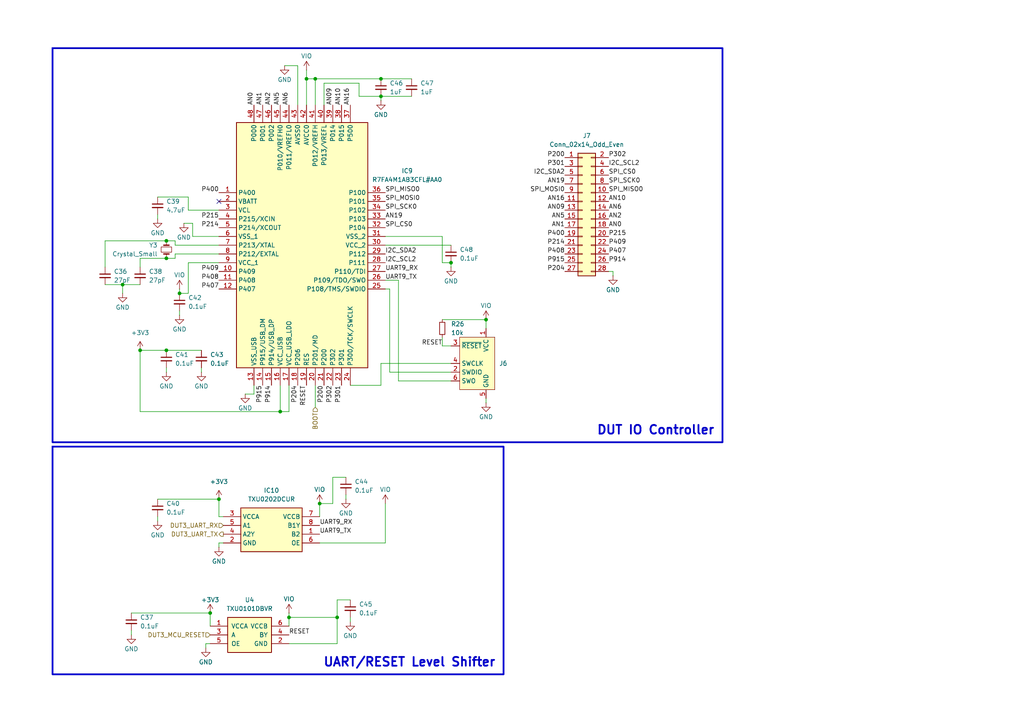
<source format=kicad_sch>
(kicad_sch (version 20250114) (generator "eeschema") (generator_version "9.0")
  (paper "A4")
  (lib_symbols
    (symbol "Connector:Conn_ARM_SWD_TagConnect_TC2030-NL" (in_bom no)
      (property "Reference" "J" (at 2.54 11.43 0))
      (property "Value" "Conn_ARM_SWD_TagConnect_TC2030-NL" (at 2.54 8.89 0))
      (symbol "Conn_ARM_SWD_TagConnect_TC2030-NL_0_0"
        (pin power_in line (at -2.54 10.16 270) (length 2.54) (name "VCC") (number "1"))
        (pin power_in line (at -2.54 -10.16 90) (length 2.54) (name "GND") (number "5"))
        (pin open_collector line (at 7.62 5.08 180) (length 2.54) (name "~{RESET}") (number "3"))
        (pin output line (at 7.62 0 180) (length 2.54) (name "SWCLK") (number "4"))
        (pin bidirectional line (at 7.62 -2.54 180) (length 2.54) (name "SWDIO") (number "2"))
        (pin input line (at 7.62 -5.08 180) (length 2.54) (name "SWO") (number "6"))
      )
      (symbol "Conn_ARM_SWD_TagConnect_TC2030-NL_0_1"
        (rectangle (start -5.08 7.62) (end 5.08 -7.62) (fill (type background)))
      )
    )
    (symbol "Connector_Generic:Conn_02x14_Odd_Even" (pin_names (offset 1.016) (hide yes))
      (property "Reference" "J" (at 1.27 17.78 0))
      (property "Value" "Conn_02x14_Odd_Even" (at 1.27 -20.32 0))
      (symbol "Conn_02x14_Odd_Even_1_1"
        (rectangle (start -1.27 16.51) (end 3.81 -19.05) (stroke (width 0.254)) (fill (type background)))
        (rectangle (start -1.27 15.367) (end 0 15.113) (stroke (width 0.1524)))
        (rectangle (start -1.27 12.827) (end 0 12.573) (stroke (width 0.1524)))
        (rectangle (start -1.27 10.287) (end 0 10.033) (stroke (width 0.1524)))
        (rectangle (start -1.27 7.747) (end 0 7.493) (stroke (width 0.1524)))
        (rectangle (start -1.27 5.207) (end 0 4.953) (stroke (width 0.1524)))
        (rectangle (start -1.27 2.667) (end 0 2.413) (stroke (width 0.1524)))
        (rectangle (start -1.27 0.127) (end 0 -0.127) (stroke (width 0.1524)))
        (rectangle (start -1.27 -2.413) (end 0 -2.667) (stroke (width 0.1524)))
        (rectangle (start -1.27 -4.953) (end 0 -5.207) (stroke (width 0.1524)))
        (rectangle (start -1.27 -7.493) (end 0 -7.747) (stroke (width 0.1524)))
        (rectangle (start -1.27 -10.033) (end 0 -10.287) (stroke (width 0.1524)))
        (rectangle (start -1.27 -12.573) (end 0 -12.827) (stroke (width 0.1524)))
        (rectangle (start -1.27 -15.113) (end 0 -15.367) (stroke (width 0.1524)))
        (rectangle (start -1.27 -17.653) (end 0 -17.907) (stroke (width 0.1524)))
        (rectangle (start 3.81 15.367) (end 2.54 15.113) (stroke (width 0.1524)))
        (rectangle (start 3.81 12.827) (end 2.54 12.573) (stroke (width 0.1524)))
        (rectangle (start 3.81 10.287) (end 2.54 10.033) (stroke (width 0.1524)))
        (rectangle (start 3.81 7.747) (end 2.54 7.493) (stroke (width 0.1524)))
        (rectangle (start 3.81 5.207) (end 2.54 4.953) (stroke (width 0.1524)))
        (rectangle (start 3.81 2.667) (end 2.54 2.413) (stroke (width 0.1524)))
        (rectangle (start 3.81 0.127) (end 2.54 -0.127) (stroke (width 0.1524)))
        (rectangle (start 3.81 -2.413) (end 2.54 -2.667) (stroke (width 0.1524)))
        (rectangle (start 3.81 -4.953) (end 2.54 -5.207) (stroke (width 0.1524)))
        (rectangle (start 3.81 -7.493) (end 2.54 -7.747) (stroke (width 0.1524)))
        (rectangle (start 3.81 -10.033) (end 2.54 -10.287) (stroke (width 0.1524)))
        (rectangle (start 3.81 -12.573) (end 2.54 -12.827) (stroke (width 0.1524)))
        (rectangle (start 3.81 -15.113) (end 2.54 -15.367) (stroke (width 0.1524)))
        (rectangle (start 3.81 -17.653) (end 2.54 -17.907) (stroke (width 0.1524)))
        (pin passive line (at -5.08 15.24 0) (length 3.81) (name "Pin_1") (number "1"))
        (pin passive line (at -5.08 12.7 0) (length 3.81) (name "Pin_3") (number "3"))
        (pin passive line (at -5.08 10.16 0) (length 3.81) (name "Pin_5") (number "5"))
        (pin passive line (at -5.08 7.62 0) (length 3.81) (name "Pin_7") (number "7"))
        (pin passive line (at -5.08 5.08 0) (length 3.81) (name "Pin_9") (number "9"))
        (pin passive line (at -5.08 2.54 0) (length 3.81) (name "Pin_11") (number "11"))
        (pin passive line (at -5.08 0 0) (length 3.81) (name "Pin_13") (number "13"))
        (pin passive line (at -5.08 -2.54 0) (length 3.81) (name "Pin_15") (number "15"))
        (pin passive line (at -5.08 -5.08 0) (length 3.81) (name "Pin_17") (number "17"))
        (pin passive line (at -5.08 -7.62 0) (length 3.81) (name "Pin_19") (number "19"))
        (pin passive line (at -5.08 -10.16 0) (length 3.81) (name "Pin_21") (number "21"))
        (pin passive line (at -5.08 -12.7 0) (length 3.81) (name "Pin_23") (number "23"))
        (pin passive line (at -5.08 -15.24 0) (length 3.81) (name "Pin_25") (number "25"))
        (pin passive line (at -5.08 -17.78 0) (length 3.81) (name "Pin_27") (number "27"))
        (pin passive line (at 7.62 15.24 180) (length 3.81) (name "Pin_2") (number "2"))
        (pin passive line (at 7.62 12.7 180) (length 3.81) (name "Pin_4") (number "4"))
        (pin passive line (at 7.62 10.16 180) (length 3.81) (name "Pin_6") (number "6"))
        (pin passive line (at 7.62 7.62 180) (length 3.81) (name "Pin_8") (number "8"))
        (pin passive line (at 7.62 5.08 180) (length 3.81) (name "Pin_10") (number "10"))
        (pin passive line (at 7.62 2.54 180) (length 3.81) (name "Pin_12") (number "12"))
        (pin passive line (at 7.62 0 180) (length 3.81) (name "Pin_14") (number "14"))
        (pin passive line (at 7.62 -2.54 180) (length 3.81) (name "Pin_16") (number "16"))
        (pin passive line (at 7.62 -5.08 180) (length 3.81) (name "Pin_18") (number "18"))
        (pin passive line (at 7.62 -7.62 180) (length 3.81) (name "Pin_20") (number "20"))
        (pin passive line (at 7.62 -10.16 180) (length 3.81) (name "Pin_22") (number "22"))
        (pin passive line (at 7.62 -12.7 180) (length 3.81) (name "Pin_24") (number "24"))
        (pin passive line (at 7.62 -15.24 180) (length 3.81) (name "Pin_26") (number "26"))
        (pin passive line (at 7.62 -17.78 180) (length 3.81) (name "Pin_28") (number "28"))
      )
    )
    (symbol "Device:C_Small" (pin_numbers (hide yes)) (pin_names (offset 0.254) (hide yes))
      (property "Reference" "C" (at 0.254 1.778 0))
      (property "Value" "C_Small" (at 0.254 -2.032 0))
      (symbol "C_Small_0_1"
        (polyline (pts (xy -1.524 0.508) (xy 1.524 0.508)) (stroke (width 0.3048)))
        (polyline (pts (xy -1.524 -0.508) (xy 1.524 -0.508)) (stroke (width 0.3302)))
      )
      (symbol "C_Small_1_1"
        (pin passive line (at 0 2.54 270) (length 2.032) (name "~") (number "1"))
        (pin passive line (at 0 -2.54 90) (length 2.032) (name "~") (number "2"))
      )
    )
    (symbol "Device:Crystal_Small" (pin_numbers (hide yes)) (pin_names (offset 1.016) (hide yes))
      (property "Reference" "Y" (at 0 2.54 0))
      (property "Value" "Crystal_Small" (at 0 -2.54 0))
      (symbol "Crystal_Small_0_1"
        (polyline (pts (xy -1.27 -0.762) (xy -1.27 0.762)) (stroke (width 0.381)))
        (rectangle (start -0.762 -1.524) (end 0.762 1.524))
        (polyline (pts (xy 1.27 -0.762) (xy 1.27 0.762)) (stroke (width 0.381)))
      )
      (symbol "Crystal_Small_1_1"
        (pin passive line (at -2.54 0 0) (length 1.27) (name "1") (number "1"))
        (pin passive line (at 2.54 0 180) (length 1.27) (name "2") (number "2"))
      )
    )
    (symbol "Device:R_Small" (pin_numbers (hide yes)) (pin_names (offset 0.254) (hide yes))
      (property "Reference" "R" (at 0.762 0.508 0))
      (property "Value" "R_Small" (at 0.762 -1.016 0))
      (symbol "R_Small_0_1"
        (rectangle (start -0.762 1.778) (end 0.762 -1.778) (stroke (width 0.2032)))
      )
      (symbol "R_Small_1_1"
        (pin passive line (at 0 2.54 270) (length 0.762) (name "~") (number "1"))
        (pin passive line (at 0 -2.54 90) (length 0.762) (name "~") (number "2"))
      )
    )
    (symbol "dut_hub:R7FA4M1AB3CFL#AA0"
      (property "Reference" "IC" (at 44.45 25.4 0))
      (property "Value" "R7FA4M1AB3CFL#AA0" (at 44.45 22.86 0))
      (symbol "R7FA4M1AB3CFL#AA0_1_1"
        (rectangle (start 5.08 20.32) (end 43.18 -50.8) (stroke (width 0.254)) (fill (type background)))
        (pin passive line (at 0 0 0) (length 5.08) (name "P400") (number "1"))
        (pin passive line (at 0 -2.54 0) (length 5.08) (name "VBATT") (number "2"))
        (pin passive line (at 0 -5.08 0) (length 5.08) (name "VCL") (number "3"))
        (pin passive line (at 0 -7.62 0) (length 5.08) (name "P215/XCIN") (number "4"))
        (pin passive line (at 0 -10.16 0) (length 5.08) (name "P214/XCOUT") (number "5"))
        (pin passive line (at 0 -12.7 0) (length 5.08) (name "VSS_1") (number "6"))
        (pin passive line (at 0 -15.24 0) (length 5.08) (name "P213/XTAL") (number "7"))
        (pin passive line (at 0 -17.78 0) (length 5.08) (name "P212/EXTAL") (number "8"))
        (pin passive line (at 0 -20.32 0) (length 5.08) (name "VCC_1") (number "9"))
        (pin passive line (at 0 -22.86 0) (length 5.08) (name "P409") (number "10"))
        (pin passive line (at 0 -25.4 0) (length 5.08) (name "P408") (number "11"))
        (pin passive line (at 0 -27.94 0) (length 5.08) (name "P407") (number "12"))
        (pin passive line (at 10.16 25.4 270) (length 5.08) (name "P000") (number "48"))
        (pin passive line (at 10.16 -55.88 90) (length 5.08) (name "VSS_USB") (number "13"))
        (pin passive line (at 12.7 25.4 270) (length 5.08) (name "P001") (number "47"))
        (pin passive line (at 12.7 -55.88 90) (length 5.08) (name "P915/USB_DM") (number "14"))
        (pin passive line (at 15.24 25.4 270) (length 5.08) (name "P002") (number "46"))
        (pin passive line (at 15.24 -55.88 90) (length 5.08) (name "P914/USB_DP") (number "15"))
        (pin passive line (at 17.78 25.4 270) (length 5.08) (name "P010/VREFH0") (number "45"))
        (pin passive line (at 17.78 -55.88 90) (length 5.08) (name "VCC_USB") (number "16"))
        (pin passive line (at 20.32 25.4 270) (length 5.08) (name "P011/VREFL0") (number "44"))
        (pin passive line (at 20.32 -55.88 90) (length 5.08) (name "VCC_USB_LDO") (number "17"))
        (pin passive line (at 22.86 25.4 270) (length 5.08) (name "AVSS0") (number "43"))
        (pin passive line (at 22.86 -55.88 90) (length 5.08) (name "P206") (number "18"))
        (pin passive line (at 25.4 25.4 270) (length 5.08) (name "AVCC0") (number "42"))
        (pin passive line (at 25.4 -55.88 90) (length 5.08) (name "RES") (number "19"))
        (pin passive line (at 27.94 25.4 270) (length 5.08) (name "P012/VREFH") (number "41"))
        (pin passive line (at 27.94 -55.88 90) (length 5.08) (name "P201/MD") (number "20"))
        (pin passive line (at 30.48 25.4 270) (length 5.08) (name "P013/VREFL") (number "40"))
        (pin passive line (at 30.48 -55.88 90) (length 5.08) (name "P200") (number "21"))
        (pin passive line (at 33.02 25.4 270) (length 5.08) (name "P014") (number "39"))
        (pin passive line (at 33.02 -55.88 90) (length 5.08) (name "P302") (number "22"))
        (pin passive line (at 35.56 25.4 270) (length 5.08) (name "P015") (number "38"))
        (pin passive line (at 35.56 -55.88 90) (length 5.08) (name "P301") (number "23"))
        (pin passive line (at 38.1 25.4 270) (length 5.08) (name "P500") (number "37"))
        (pin passive line (at 38.1 -55.88 90) (length 5.08) (name "P300/TCK/SWCLK") (number "24"))
        (pin passive line (at 48.26 0 180) (length 5.08) (name "P100") (number "36"))
        (pin passive line (at 48.26 -2.54 180) (length 5.08) (name "P101") (number "35"))
        (pin passive line (at 48.26 -5.08 180) (length 5.08) (name "P102") (number "34"))
        (pin passive line (at 48.26 -7.62 180) (length 5.08) (name "P103") (number "33"))
        (pin passive line (at 48.26 -10.16 180) (length 5.08) (name "P104") (number "32"))
        (pin passive line (at 48.26 -12.7 180) (length 5.08) (name "VSS_2") (number "31"))
        (pin passive line (at 48.26 -15.24 180) (length 5.08) (name "VCC_2") (number "30"))
        (pin passive line (at 48.26 -17.78 180) (length 5.08) (name "P112") (number "29"))
        (pin passive line (at 48.26 -20.32 180) (length 5.08) (name "P111") (number "28"))
        (pin passive line (at 48.26 -22.86 180) (length 5.08) (name "P110/TDI") (number "27"))
        (pin passive line (at 48.26 -25.4 180) (length 5.08) (name "P109/TDO/SWO") (number "26"))
        (pin passive line (at 48.26 -27.94 180) (length 5.08) (name "P108/TMS/SWDIO") (number "25"))
      )
    )
    (symbol "dut_hub:TXU0101DBVR" (pin_names (offset 1.016))
      (property "Reference" "U" (at -10.16 8.255 0))
      (property "Value" "TXU0101DBVR" (at -9.906 -5.334 0))
      (symbol "TXU0101DBVR_0_0"
        (rectangle (start -10.16 7.62) (end 2.54 -2.54) (stroke (width 0.254)) (fill (type background)))
      )
      (symbol "TXU0101DBVR_1_0"
        (pin power_in line (at -15.24 5.08 0) (length 5.08) (name "VCCA") (number "1"))
        (pin input line (at -15.24 2.54 0) (length 5.08) (name "A") (number "3"))
        (pin input line (at -15.24 0 0) (length 5.08) (name "OE") (number "5"))
        (pin power_in line (at 7.62 5.08 180) (length 5.08) (name "VCCB") (number "6"))
        (pin output line (at 7.62 2.54 180) (length 5.08) (name "BY") (number "4"))
        (pin power_in line (at 7.62 0 180) (length 5.08) (name "GND") (number "2"))
      )
    )
    (symbol "dut_hub:TXU0202DCUR"
      (property "Reference" "IC" (at 6.858 8.128 0))
      (property "Value" "TXU0202DCUR" (at 6.858 5.588 0))
      (symbol "TXU0202DCUR_1_1"
        (rectangle (start 5.08 2.54) (end 22.86 -10.16) (stroke (width 0.254)) (fill (type background)))
        (pin power_in line (at 0 0 0) (length 5.08) (name "VCCA") (number "3"))
        (pin input line (at 0 -2.54 0) (length 5.08) (name "A1") (number "5"))
        (pin output line (at 0 -5.08 0) (length 5.08) (name "A2Y") (number "4"))
        (pin power_in line (at 0 -7.62 0) (length 5.08) (name "GND") (number "2"))
        (pin power_in line (at 27.94 0 180) (length 5.08) (name "VCCB") (number "7"))
        (pin output line (at 27.94 -2.54 180) (length 5.08) (name "B1Y") (number "8"))
        (pin input line (at 27.94 -5.08 180) (length 5.08) (name "B2") (number "1"))
        (pin input line (at 27.94 -7.62 180) (length 5.08) (name "OE") (number "6"))
      )
    )
    (symbol "power:+3V3" (power) (pin_numbers (hide yes)) (pin_names (offset 0) (hide yes))
      (property "Value" "+3V3" (at 0 3.556 0))
      (symbol "+3V3_0_1"
        (polyline (pts (xy -0.762 1.27) (xy 0 2.54)))
        (polyline (pts (xy 0 2.54) (xy 0.762 1.27)))
        (polyline (pts (xy 0 0) (xy 0 2.54)))
      )
      (symbol "+3V3_1_1"
        (pin power_in line (at 0 0 90) (length 0) (name "~") (number "1"))
      )
    )
    (symbol "power:GND" (power) (pin_numbers (hide yes)) (pin_names (offset 0) (hide yes))
      (property "Value" "GND" (at 0 -3.81 0))
      (symbol "GND_0_1"
        (polyline (pts (xy 0 0) (xy 0 -1.27) (xy 1.27 -1.27) (xy 0 -2.54) (xy -1.27 -1.27) (xy 0 -1.27)))
      )
      (symbol "GND_1_1"
        (pin power_in line (at 0 0 270) (length 0) (name "~") (number "1"))
      )
    )
    (symbol "power:VDC" (power) (pin_numbers (hide yes)) (pin_names (offset 0) (hide yes))
      (property "Value" "VDC" (at 0 3.556 0))
      (symbol "VDC_0_1"
        (polyline (pts (xy -0.762 1.27) (xy 0 2.54)))
        (polyline (pts (xy 0 2.54) (xy 0.762 1.27)))
        (polyline (pts (xy 0 0) (xy 0 2.54)))
      )
      (symbol "VDC_1_1"
        (pin power_in line (at 0 0 90) (length 0) (name "~") (number "1"))
      )
    )
  )
  (text_box "UART/RESET Level Shifter" (at 15.24 129.54 0) (size 130.81 66.04) (margins 2.159 2.159 2.159 2.159) (stroke (width 0.508)) (effects (font (size 2.54 2.54) (thickness 0.508) (bold yes)) (justify right bottom)))
  (text_box "DUT IO Controller" (at 15.24 13.97 0) (size 194.31 114.3) (margins 2.159 2.159 2.159 2.159) (stroke (width 0.508)) (effects (font (size 2.54 2.54) (thickness 0.508) (bold yes)) (justify right bottom)))
  (junction (at 92.71 146.05))
  (junction (at 140.97 92.71))
  (junction (at 97.79 179.07))
  (junction (at 88.9 22.86))
  (junction (at 40.64 101.6))
  (junction (at 110.49 27.94))
  (junction (at 110.49 22.86))
  (junction (at 48.26 69.85))
  (junction (at 91.44 22.86))
  (junction (at 52.07 85.09))
  (junction (at 81.28 119.38))
  (junction (at 60.96 177.8))
  (junction (at 48.26 101.6))
  (junction (at 130.81 76.2))
  (junction (at 83.82 179.07))
  (junction (at 48.26 74.93))
  (junction (at 35.56 82.55))
  (junction (at 63.5 144.78))
  (no_connect (at 63.5 58.42))
  (wire (pts (xy 111.76 146.05) (xy 111.76 157.48)))
  (wire (pts (xy 83.82 111.76) (xy 83.82 119.38)))
  (wire (pts (xy 93.98 24.13) (xy 104.14 24.13)))
  (wire (pts (xy 110.49 27.94) (xy 119.38 27.94)))
  (wire (pts (xy 91.44 22.86) (xy 91.44 30.48)))
  (wire (pts (xy 50.8 74.93) (xy 48.26 74.93)))
  (wire (pts (xy 40.64 101.6) (xy 48.26 101.6)))
  (wire (pts (xy 82.55 19.05) (xy 86.36 19.05)))
  (wire (pts (xy 81.28 119.38) (xy 81.28 111.76)))
  (wire (pts (xy 59.69 186.69) (xy 60.96 186.69)))
  (wire (pts (xy 111.76 71.12) (xy 130.81 71.12)))
  (wire (pts (xy 48.26 74.93) (xy 40.64 74.93)))
  (wire (pts (xy 63.5 68.58) (xy 55.88 68.58)))
  (wire (pts (xy 38.1 182.88) (xy 38.1 184.15)))
  (wire (pts (xy 40.64 101.6) (xy 40.64 119.38)))
  (wire (pts (xy 140.97 92.71) (xy 140.97 95.25)))
  (wire (pts (xy 130.81 107.95) (xy 113.03 107.95)))
  (wire (pts (xy 48.26 69.85) (xy 50.8 69.85)))
  (wire (pts (xy 101.6 173.99) (xy 97.79 173.99)))
  (wire (pts (xy 54.61 57.15) (xy 45.72 57.15)))
  (wire (pts (xy 110.49 22.86) (xy 119.38 22.86)))
  (wire (pts (xy 64.77 149.86) (xy 63.5 149.86)))
  (wire (pts (xy 73.66 111.76) (xy 73.66 114.3)))
  (wire (pts (xy 50.8 71.12) (xy 63.5 71.12)))
  (wire (pts (xy 130.81 100.33) (xy 128.27 100.33)))
  (wire (pts (xy 60.96 177.8) (xy 60.96 181.61)))
  (wire (pts (xy 83.82 186.69) (xy 97.79 186.69)))
  (wire (pts (xy 38.1 177.8) (xy 60.96 177.8)))
  (wire (pts (xy 54.61 85.09) (xy 52.07 85.09)))
  (wire (pts (xy 110.49 27.94) (xy 110.49 29.21)))
  (wire (pts (xy 63.5 144.78) (xy 63.5 149.86)))
  (wire (pts (xy 110.49 105.41) (xy 110.49 111.76)))
  (wire (pts (xy 81.28 119.38) (xy 83.82 119.38)))
  (wire (pts (xy 101.6 179.07) (xy 101.6 180.34)))
  (wire (pts (xy 52.07 90.17) (xy 52.07 91.44)))
  (wire (pts (xy 83.82 179.07) (xy 83.82 177.8)))
  (wire (pts (xy 63.5 76.2) (xy 54.61 76.2)))
  (wire (pts (xy 115.57 110.49) (xy 130.81 110.49)))
  (wire (pts (xy 50.8 73.66) (xy 50.8 74.93)))
  (wire (pts (xy 177.8 78.74) (xy 177.8 80.01)))
  (wire (pts (xy 115.57 81.28) (xy 115.57 110.49)))
  (wire (pts (xy 111.76 81.28) (xy 115.57 81.28)))
  (wire (pts (xy 48.26 69.85) (xy 30.48 69.85)))
  (wire (pts (xy 88.9 22.86) (xy 88.9 30.48)))
  (wire (pts (xy 96.52 138.43) (xy 96.52 146.05)))
  (wire (pts (xy 128.27 92.71) (xy 140.97 92.71)))
  (wire (pts (xy 92.71 157.48) (xy 111.76 157.48)))
  (wire (pts (xy 128.27 68.58) (xy 128.27 76.2)))
  (wire (pts (xy 59.69 187.96) (xy 59.69 186.69)))
  (wire (pts (xy 52.07 83.82) (xy 52.07 85.09)))
  (wire (pts (xy 113.03 83.82) (xy 113.03 107.95)))
  (wire (pts (xy 40.64 119.38) (xy 81.28 119.38)))
  (wire (pts (xy 30.48 69.85) (xy 30.48 77.47)))
  (wire (pts (xy 48.26 106.68) (xy 48.26 107.95)))
  (wire (pts (xy 48.26 101.6) (xy 58.42 101.6)))
  (wire (pts (xy 54.61 60.96) (xy 54.61 57.15)))
  (wire (pts (xy 97.79 179.07) (xy 97.79 173.99)))
  (wire (pts (xy 91.44 111.76) (xy 91.44 118.11)))
  (wire (pts (xy 50.8 69.85) (xy 50.8 71.12)))
  (wire (pts (xy 63.5 73.66) (xy 50.8 73.66)))
  (wire (pts (xy 96.52 146.05) (xy 92.71 146.05)))
  (wire (pts (xy 45.72 149.86) (xy 45.72 151.13)))
  (wire (pts (xy 83.82 179.07) (xy 97.79 179.07)))
  (wire (pts (xy 83.82 181.61) (xy 83.82 179.07)))
  (wire (pts (xy 45.72 144.78) (xy 63.5 144.78)))
  (wire (pts (xy 92.71 149.86) (xy 92.71 146.05)))
  (wire (pts (xy 40.64 74.93) (xy 40.64 77.47)))
  (wire (pts (xy 86.36 19.05) (xy 86.36 30.48)))
  (wire (pts (xy 128.27 100.33) (xy 128.27 97.79)))
  (wire (pts (xy 63.5 157.48) (xy 63.5 158.75)))
  (wire (pts (xy 97.79 186.69) (xy 97.79 179.07)))
  (wire (pts (xy 130.81 105.41) (xy 110.49 105.41)))
  (wire (pts (xy 113.03 83.82) (xy 111.76 83.82)))
  (wire (pts (xy 130.81 76.2) (xy 130.81 77.47)))
  (wire (pts (xy 140.97 115.57) (xy 140.97 116.84)))
  (wire (pts (xy 64.77 157.48) (xy 63.5 157.48)))
  (wire (pts (xy 176.53 78.74) (xy 177.8 78.74)))
  (wire (pts (xy 55.88 68.58) (xy 55.88 64.77)))
  (wire (pts (xy 73.66 114.3) (xy 71.12 114.3)))
  (wire (pts (xy 58.42 106.68) (xy 58.42 107.95)))
  (wire (pts (xy 35.56 82.55) (xy 35.56 85.09)))
  (wire (pts (xy 88.9 22.86) (xy 91.44 22.86)))
  (wire (pts (xy 128.27 76.2) (xy 130.81 76.2)))
  (wire (pts (xy 110.49 111.76) (xy 101.6 111.76)))
  (wire (pts (xy 104.14 24.13) (xy 104.14 27.94)))
  (wire (pts (xy 100.33 143.51) (xy 100.33 144.78)))
  (wire (pts (xy 55.88 64.77) (xy 53.34 64.77)))
  (wire (pts (xy 104.14 27.94) (xy 110.49 27.94)))
  (wire (pts (xy 35.56 82.55) (xy 40.64 82.55)))
  (wire (pts (xy 100.33 138.43) (xy 96.52 138.43)))
  (wire (pts (xy 45.72 62.23) (xy 45.72 63.5)))
  (wire (pts (xy 93.98 30.48) (xy 93.98 24.13)))
  (wire (pts (xy 30.48 82.55) (xy 35.56 82.55)))
  (wire (pts (xy 54.61 76.2) (xy 54.61 85.09)))
  (wire (pts (xy 88.9 20.32) (xy 88.9 22.86)))
  (wire (pts (xy 91.44 22.86) (xy 110.49 22.86)))
  (wire (pts (xy 111.76 68.58) (xy 128.27 68.58)))
  (wire (pts (xy 63.5 60.96) (xy 54.61 60.96)))
  (label "P408" (at 63.5 81.28 180))
  (label "SPI_MOSI0" (at 111.76 58.42 0))
  (label "P200" (at 93.98 111.76 270))
  (label "AN5" (at 163.83 63.5 180))
  (label "UART9_TX" (at 111.76 81.28 0))
  (label "SPI_SCK0" (at 176.53 53.34 0))
  (label "P914" (at 78.74 111.76 270))
  (label "I2C_SCL2" (at 176.53 48.26 0))
  (label "P407" (at 63.5 83.82 180))
  (label "RESET" (at 128.27 100.33 180))
  (label "P214" (at 163.83 71.12 180))
  (label "P215" (at 63.5 63.5 180))
  (label "SPI_MOSI0" (at 163.83 55.88 180))
  (label "P301" (at 99.06 111.76 270))
  (label "AN10" (at 99.06 30.48 90))
  (label "P200" (at 163.83 45.72 180))
  (label "AN16" (at 101.6 30.48 90))
  (label "AN5" (at 81.28 30.48 90))
  (label "SPI_CS0" (at 111.76 66.04 0))
  (label "AN09" (at 96.52 30.48 90))
  (label "AN2" (at 78.74 30.48 90))
  (label "P915" (at 76.2 111.76 270))
  (label "P914" (at 176.53 76.2 0))
  (label "AN16" (at 163.83 58.42 180))
  (label "RESET" (at 83.82 184.15 0))
  (label "AN2" (at 176.53 63.5 0))
  (label "P301" (at 163.83 48.26 180))
  (label "P215" (at 176.53 68.58 0))
  (label "AN0" (at 73.66 30.48 90))
  (label "AN6" (at 176.53 60.96 0))
  (label "I2C_SDA2" (at 111.76 73.66 0))
  (label "AN09" (at 163.83 60.96 180))
  (label "UART9_RX" (at 92.71 152.4 0))
  (label "P400" (at 163.83 68.58 180))
  (label "UART9_RX" (at 111.76 78.74 0))
  (label "P915" (at 163.83 76.2 180))
  (label "SPI_SCK0" (at 111.76 60.96 0))
  (label "AN0" (at 176.53 66.04 0))
  (label "P214" (at 63.5 66.04 180))
  (label "P409" (at 63.5 78.74 180))
  (label "P407" (at 176.53 73.66 0))
  (label "UART9_TX" (at 92.71 154.94 0))
  (label "P408" (at 163.83 73.66 180))
  (label "RESET" (at 88.9 111.76 270))
  (label "I2C_SDA2" (at 163.83 50.8 180))
  (label "P409" (at 176.53 71.12 0))
  (label "P302" (at 176.53 45.72 0))
  (label "I2C_SCL2" (at 111.76 76.2 0))
  (label "AN1" (at 76.2 30.48 90))
  (label "P302" (at 96.52 111.76 270))
  (label "P400" (at 63.5 55.88 180))
  (label "SPI_MISO0" (at 111.76 55.88 0))
  (label "SPI_MISO0" (at 176.53 55.88 0))
  (label "AN6" (at 83.82 30.48 90))
  (label "P204" (at 86.36 111.76 270))
  (label "AN1" (at 163.83 66.04 180))
  (label "AN10" (at 176.53 58.42 0))
  (label "SPI_CS0" (at 176.53 50.8 0))
  (label "P204" (at 163.83 78.74 180))
  (label "AN19" (at 111.76 63.5 0))
  (label "AN19" (at 163.83 53.34 180))
  (hierarchical_label "DUT3_UART_TX" (shape output) (at 64.77 154.94 180))
  (hierarchical_label "BOOT" (shape input) (at 91.44 118.11 270))
  (hierarchical_label "DUT3_UART_RX" (shape input) (at 64.77 152.4 180))
  (hierarchical_label "DUT3_MCU_RESET" (shape input) (at 60.96 184.15 180))
  (symbol (lib_id "Device:C_Small") (at 100.33 140.97 0) (unit 1)
    (property "Reference" "C44" (at 102.87 139.7062 0) (effects (justify left)))
    (property "Value" "0.1uF" (at 102.87 142.2462 0) (effects (justify left)))
    (property "Footprint" "Capacitor_SMD:C_0603_1608Metric" (effects (hide yes)))
    (property "Description" "Unpolarized capacitor, small symbol" (effects (hide yes)))
  )
  (symbol (lib_id "Device:C_Small") (at 101.6 176.53 0) (unit 1)
    (property "Reference" "C45" (at 104.14 175.2662 0) (effects (justify left)))
    (property "Value" "0.1uF" (at 104.14 177.8062 0) (effects (justify left)))
    (property "Footprint" "Capacitor_SMD:C_0603_1608Metric" (effects (hide yes)))
    (property "Description" "Unpolarized capacitor, small symbol" (effects (hide yes)))
  )
  (symbol (lib_id "power:+3V3") (at 40.64 101.6 0) (unit 1)
    (property "Reference" "#PWR92" (effects (hide yes)))
    (property "Value" "+3V3" (at 40.64 96.52 0))
    (property "Description" "Power symbol creates a global label with name \"+3V3\"" (effects (hide yes)))
  )
  (symbol (lib_id "Device:C_Small") (at 119.38 25.4 0) (unit 1)
    (property "Reference" "C47" (at 121.92 24.1362 0) (effects (justify left)))
    (property "Value" "1uF" (at 121.92 26.6762 0) (effects (justify left)))
    (property "Footprint" "Capacitor_SMD:C_0603_1608Metric" (effects (hide yes)))
    (property "Description" "Unpolarized capacitor, small symbol" (effects (hide yes)))
  )
  (symbol (lib_id "Connector:Conn_ARM_SWD_TagConnect_TC2030-NL") (at 138.43 105.41 0) (mirror y) (unit 1) (in_bom no)
    (property "Reference" "J6" (at 144.78 105.4099 0) (effects (justify right)))
    (property "Value" "Conn_ARM_SWD_TagConnect_TC2030-NL" (effects (hide yes)))
    (property "Footprint" "Connector:Tag-Connect_TC2030-IDC-NL_2x03_P1.27mm_Vertical" (effects (hide yes)))
    (property "Datasheet" "https://www.tag-connect.com/wp-content/uploads/bsk-pdf-manager/TC2030-CTX_1.pdf" (effects (hide yes)))
    (property "Description" "Tag-Connect ARM Cortex SWD JTAG connector, 6 pin, no legs" (effects (hide yes)))
  )
  (symbol (lib_id "power:GND") (at 101.6 180.34 0) (unit 1)
    (property "Reference" "#PWR110" (effects (hide yes)))
    (property "Value" "GND" (at 101.6 184.404 0))
    (property "Description" "Power symbol creates a global label with name \"GND\" , ground" (effects (hide yes)))
  )
  (symbol (lib_id "power:GND") (at 59.69 187.96 0) (unit 1)
    (property "Reference" "#PWR100" (effects (hide yes)))
    (property "Value" "GND" (at 59.69 192.024 0))
    (property "Description" "Power symbol creates a global label with name \"GND\" , ground" (effects (hide yes)))
  )
  (symbol (lib_id "power:GND") (at 71.12 114.3 0) (unit 1)
    (property "Reference" "#PWR104" (effects (hide yes)))
    (property "Value" "GND" (at 71.12 118.364 0))
    (property "Description" "Power symbol creates a global label with name \"GND\" , ground" (effects (hide yes)))
  )
  (symbol (lib_id "power:+3V3") (at 63.5 144.78 0) (unit 1)
    (property "Reference" "#PWR102" (effects (hide yes)))
    (property "Value" "+3V3" (at 63.5 139.7 0))
    (property "Description" "Power symbol creates a global label with name \"+3V3\"" (effects (hide yes)))
  )
  (symbol (lib_id "Device:C_Small") (at 58.42 104.14 0) (unit 1)
    (property "Reference" "C43" (at 60.96 102.8762 0) (effects (justify left)))
    (property "Value" "0.1uF" (at 60.96 105.4162 0) (effects (justify left)))
    (property "Footprint" "Capacitor_SMD:C_0603_1608Metric" (effects (hide yes)))
    (property "Description" "Unpolarized capacitor, small symbol" (effects (hide yes)))
  )
  (symbol (lib_id "power:GND") (at 48.26 107.95 0) (unit 1)
    (property "Reference" "#PWR95" (effects (hide yes)))
    (property "Value" "GND" (at 48.26 112.014 0))
    (property "Description" "Power symbol creates a global label with name \"GND\" , ground" (effects (hide yes)))
  )
  (symbol (lib_id "power:GND") (at 177.8 80.01 0) (mirror y) (unit 1)
    (property "Reference" "#PWR116" (effects (hide yes)))
    (property "Value" "GND" (at 177.8 84.074 0))
    (property "Description" "Power symbol creates a global label with name \"GND\" , ground" (effects (hide yes)))
  )
  (symbol (lib_id "dut_hub:TXU0101DBVR") (at 76.2 186.69 0) (unit 1)
    (property "Reference" "U4" (at 72.39 173.99 0))
    (property "Value" "TXU0101DBVR" (at 72.39 176.53 0))
    (property "Footprint" "dut_hub:IC_TXU0101DBVR" (effects (hide yes)))
    (property "MF" "Texas Instruments" (effects (hide yes)))
    (property "MAXIMUM_PACKAGE_HEIGHT" "1.45mm" (effects (hide yes)))
    (property "CREATOR" "NEZY" (effects (hide yes)))
    (property "Price" "None" (effects (hide yes)))
    (property "Package" "None" (effects (hide yes)))
    (property "Check_prices" "https://www.snapeda.com/parts/TXU0101DBVR/Texas+Instruments/view-part/?ref=eda" (effects (hide yes)))
    (property "STANDARD" "Manufacturer Recommendations" (effects (hide yes)))
    (property "PARTREV" "A" (effects (hide yes)))
    (property "SnapEDA_Link" "https://www.snapeda.com/parts/TXU0101DBVR/Texas+Instruments/view-part/?ref=snap" (effects (hide yes)))
    (property "MP" "TXU0101DBVR" (effects (hide yes)))
    (property "Description_1" "\n                        \n                            Single channel fixed-direction level shifter\n                        \n" (effects (hide yes)))
    (property "Availability" "In Stock" (effects (hide yes)))
    (property "MANUFACTURER" "Texas Instruments" (effects (hide yes)))
  )
  (symbol (lib_id "Device:C_Small") (at 52.07 87.63 0) (unit 1)
    (property "Reference" "C42" (at 54.61 86.3662 0) (effects (justify left)))
    (property "Value" "0.1uF" (at 54.61 88.9062 0) (effects (justify left)))
    (property "Footprint" "Capacitor_SMD:C_0603_1608Metric" (effects (hide yes)))
    (property "Description" "Unpolarized capacitor, small symbol" (effects (hide yes)))
  )
  (symbol (lib_id "power:GND") (at 63.5 158.75 0) (unit 1)
    (property "Reference" "#PWR103" (effects (hide yes)))
    (property "Value" "GND" (at 63.5 162.814 0))
    (property "Description" "Power symbol creates a global label with name \"GND\" , ground" (effects (hide yes)))
  )
  (symbol (lib_id "power:GND") (at 53.34 64.77 0) (unit 1)
    (property "Reference" "#PWR98" (effects (hide yes)))
    (property "Value" "GND" (at 53.34 68.834 0))
    (property "Description" "Power symbol creates a global label with name \"GND\" , ground" (effects (hide yes)))
  )
  (symbol (lib_id "power:GND") (at 45.72 151.13 0) (unit 1)
    (property "Reference" "#PWR94" (effects (hide yes)))
    (property "Value" "GND" (at 45.72 155.194 0))
    (property "Description" "Power symbol creates a global label with name \"GND\" , ground" (effects (hide yes)))
  )
  (symbol (lib_id "Device:C_Small") (at 45.72 147.32 0) (unit 1)
    (property "Reference" "C40" (at 48.26 146.0562 0) (effects (justify left)))
    (property "Value" "0.1uF" (at 48.26 148.5962 0) (effects (justify left)))
    (property "Footprint" "Capacitor_SMD:C_0603_1608Metric" (effects (hide yes)))
    (property "Description" "Unpolarized capacitor, small symbol" (effects (hide yes)))
  )
  (symbol (lib_id "Device:C_Small") (at 110.49 25.4 0) (unit 1)
    (property "Reference" "C46" (at 113.03 24.1362 0) (effects (justify left)))
    (property "Value" "1uF" (at 113.03 26.6762 0) (effects (justify left)))
    (property "Footprint" "Capacitor_SMD:C_0603_1608Metric" (effects (hide yes)))
    (property "Description" "Unpolarized capacitor, small symbol" (effects (hide yes)))
  )
  (symbol (lib_id "dut_hub:R7FA4M1AB3CFL#AA0") (at 63.5 55.88 0) (unit 1)
    (property "Reference" "IC9" (at 118.11 49.5614 0))
    (property "Value" "R7FA4M1AB3CFL#AA0" (at 118.11 52.1014 0))
    (property "Footprint" "dut_hub:QFP50P900X900X170-48N" (effects (hide yes)))
    (property "Description" "The Renesas RA4M1 group of microcontrollers (MCUs) uses the high-performance Arm Cortex-M4 core and offers a segment LCD controller and a capacitive touch sensing unit input for intensive HMI designs. The RA4M1 MCU is built on a highly efficient low power process and is supported by an open and flexible ecosystem conceptthe Flexible Software Package (FSP), built on FreeRTOSand is expandable to use other RTOSes and middleware. The RA4M1 is suitable for applications where a large amount of capacitive touc" (effects (hide yes)))
    (property "Height" "1.7" (effects (hide yes)))
    (property "Mouser Part Number" "968-7FA4M1AB3CFL#AA0" (effects (hide yes)))
    (property "Mouser Price/Stock" "https://www.mouser.co.uk/ProductDetail/Renesas-Electronics/R7FA4M1AB3CFLAA0?qs=d0WKAl%252BL4KYWxsbEhmYuYw%3D%3D" (effects (hide yes)))
    (property "Manufacturer_Name" "Renesas Electronics" (effects (hide yes)))
    (property "Manufacturer_Part_Number" "R7FA4M1AB3CFL#AA0" (effects (hide yes)))
  )
  (symbol (lib_id "power:VDC") (at 111.76 146.05 0) (unit 1)
    (property "Reference" "#PWR112" (effects (hide yes)))
    (property "Value" "VIO" (at 111.76 141.986 0))
    (property "Description" "Power symbol creates a global label with name \"VDC\"" (effects (hide yes)))
  )
  (symbol (lib_id "Device:R_Small") (at 128.27 95.25 0) (unit 1)
    (property "Reference" "R26" (at 130.81 93.9799 0) (effects (justify left)))
    (property "Value" "10k" (at 130.81 96.5199 0) (effects (justify left)))
    (property "Footprint" "Resistor_SMD:R_0603_1608Metric" (effects (hide yes)))
    (property "Description" "Resistor, small symbol" (effects (hide yes)))
  )
  (symbol (lib_id "power:VDC") (at 88.9 20.32 0) (unit 1)
    (property "Reference" "#PWR107" (effects (hide yes)))
    (property "Value" "VIO" (at 88.9 16.256 0))
    (property "Description" "Power symbol creates a global label with name \"VDC\"" (effects (hide yes)))
  )
  (symbol (lib_id "Device:C_Small") (at 30.48 80.01 0) (unit 1)
    (property "Reference" "C36" (at 33.02 78.7462 0) (effects (justify left)))
    (property "Value" "27pF" (at 33.02 81.2862 0) (effects (justify left)))
    (property "Footprint" "Capacitor_SMD:C_0603_1608Metric" (effects (hide yes)))
    (property "Description" "Unpolarized capacitor, small symbol" (effects (hide yes)))
  )
  (symbol (lib_id "power:GND") (at 100.33 144.78 0) (unit 1)
    (property "Reference" "#PWR109" (effects (hide yes)))
    (property "Value" "GND" (at 100.33 148.844 0))
    (property "Description" "Power symbol creates a global label with name \"GND\" , ground" (effects (hide yes)))
  )
  (symbol (lib_id "power:VDC") (at 140.97 92.71 0) (unit 1)
    (property "Reference" "#PWR114" (effects (hide yes)))
    (property "Value" "VIO" (at 140.97 88.646 0))
    (property "Description" "Power symbol creates a global label with name \"VDC\"" (effects (hide yes)))
  )
  (symbol (lib_id "Device:C_Small") (at 48.26 104.14 0) (unit 1)
    (property "Reference" "C41" (at 50.8 102.8762 0) (effects (justify left)))
    (property "Value" "0.1uF" (at 50.8 105.4162 0) (effects (justify left)))
    (property "Footprint" "Capacitor_SMD:C_0603_1608Metric" (effects (hide yes)))
    (property "Description" "Unpolarized capacitor, small symbol" (effects (hide yes)))
  )
  (symbol (lib_id "power:GND") (at 130.81 77.47 0) (unit 1)
    (property "Reference" "#PWR113" (effects (hide yes)))
    (property "Value" "GND" (at 130.81 81.534 0))
    (property "Description" "Power symbol creates a global label with name \"GND\" , ground" (effects (hide yes)))
  )
  (symbol (lib_id "power:GND") (at 52.07 91.44 0) (unit 1)
    (property "Reference" "#PWR97" (effects (hide yes)))
    (property "Value" "GND" (at 52.07 95.504 0))
    (property "Description" "Power symbol creates a global label with name \"GND\" , ground" (effects (hide yes)))
  )
  (symbol (lib_id "power:VDC") (at 92.71 146.05 0) (unit 1)
    (property "Reference" "#PWR108" (effects (hide yes)))
    (property "Value" "VIO" (at 92.71 141.986 0))
    (property "Description" "Power symbol creates a global label with name \"VDC\"" (effects (hide yes)))
  )
  (symbol (lib_id "power:GND") (at 110.49 29.21 0) (unit 1)
    (property "Reference" "#PWR111" (effects (hide yes)))
    (property "Value" "GND" (at 110.49 33.274 0))
    (property "Description" "Power symbol creates a global label with name \"GND\" , ground" (effects (hide yes)))
  )
  (symbol (lib_id "power:VDC") (at 83.82 177.8 0) (unit 1)
    (property "Reference" "#PWR106" (effects (hide yes)))
    (property "Value" "VIO" (at 83.82 173.736 0))
    (property "Description" "Power symbol creates a global label with name \"VDC\"" (effects (hide yes)))
  )
  (symbol (lib_id "dut_hub:TXU0202DCUR") (at 64.77 149.86 0) (unit 1)
    (property "Reference" "IC10" (at 78.74 142.24 0))
    (property "Value" "TXU0202DCUR" (at 78.74 144.78 0))
    (property "Footprint" "dut_hub:SOP50P310X90-8N" (effects (hide yes)))
    (property "Datasheet" "https://www.ti.com/product/ja-jp/TXU0202" (effects (hide yes)))
    (property "Description" "Translation - Voltage Levels Two channel fixed-direction level shifter with channels in opposite direction" (effects (hide yes)))
    (property "Height" "0.9" (effects (hide yes)))
    (property "Mouser Part Number" "595-TXU0202DCUR" (effects (hide yes)))
    (property "Mouser Price/Stock" "https://www.mouser.co.uk/ProductDetail/Texas-Instruments/TXU0202DCUR?qs=t7xnP681wgVssPLUozppFA%3D%3D" (effects (hide yes)))
    (property "Manufacturer_Name" "Texas Instruments" (effects (hide yes)))
    (property "Manufacturer_Part_Number" "TXU0202DCUR" (effects (hide yes)))
  )
  (symbol (lib_id "power:+3V3") (at 60.96 177.8 0) (unit 1)
    (property "Reference" "#PWR101" (effects (hide yes)))
    (property "Value" "+3V3" (at 60.96 173.99 0))
    (property "Description" "Power symbol creates a global label with name \"+3V3\"" (effects (hide yes)))
  )
  (symbol (lib_id "power:VDC") (at 52.07 83.82 0) (unit 1)
    (property "Reference" "#PWR96" (effects (hide yes)))
    (property "Value" "VIO" (at 52.07 79.756 0))
    (property "Description" "Power symbol creates a global label with name \"VDC\"" (effects (hide yes)))
  )
  (symbol (lib_id "power:GND") (at 38.1 184.15 0) (unit 1)
    (property "Reference" "#PWR91" (effects (hide yes)))
    (property "Value" "GND" (at 38.1 188.214 0))
    (property "Description" "Power symbol creates a global label with name \"GND\" , ground" (effects (hide yes)))
  )
  (symbol (lib_id "Device:Crystal_Small") (at 48.26 72.39 270) (mirror x) (unit 1)
    (property "Reference" "Y3" (at 45.72 71.1199 90) (effects (justify right)))
    (property "Value" "Crystal_Small" (at 45.72 73.6599 90) (effects (justify right)))
    (property "Footprint" "Crystal:Crystal_SMD_Abracon_ABM3-2Pin_5.0x3.2mm" (effects (hide yes)))
    (property "Description" "Two pin crystal, small symbol" (effects (hide yes)))
  )
  (symbol (lib_id "Device:C_Small") (at 45.72 59.69 0) (unit 1)
    (property "Reference" "C39" (at 48.26 58.4262 0) (effects (justify left)))
    (property "Value" "4.7uF" (at 48.26 60.9662 0) (effects (justify left)))
    (property "Footprint" "Capacitor_SMD:C_0603_1608Metric" (effects (hide yes)))
    (property "Description" "Unpolarized capacitor, small symbol" (effects (hide yes)))
  )
  (symbol (lib_id "power:GND") (at 82.55 19.05 0) (unit 1)
    (property "Reference" "#PWR105" (effects (hide yes)))
    (property "Value" "GND" (at 82.55 23.114 0))
    (property "Description" "Power symbol creates a global label with name \"GND\" , ground" (effects (hide yes)))
  )
  (symbol (lib_id "Device:C_Small") (at 130.81 73.66 0) (unit 1)
    (property "Reference" "C48" (at 133.35 72.3962 0) (effects (justify left)))
    (property "Value" "0.1uF" (at 133.35 74.9362 0) (effects (justify left)))
    (property "Footprint" "Capacitor_SMD:C_0603_1608Metric" (effects (hide yes)))
    (property "Description" "Unpolarized capacitor, small symbol" (effects (hide yes)))
  )
  (symbol (lib_id "power:GND") (at 140.97 116.84 0) (unit 1)
    (property "Reference" "#PWR115" (effects (hide yes)))
    (property "Value" "GND" (at 140.97 120.904 0))
    (property "Description" "Power symbol creates a global label with name \"GND\" , ground" (effects (hide yes)))
  )
  (symbol (lib_id "power:GND") (at 35.56 85.09 0) (unit 1)
    (property "Reference" "#PWR90" (effects (hide yes)))
    (property "Value" "GND" (at 35.56 89.154 0))
    (property "Description" "Power symbol creates a global label with name \"GND\" , ground" (effects (hide yes)))
  )
  (symbol (lib_id "Device:C_Small") (at 40.64 80.01 0) (unit 1)
    (property "Reference" "C38" (at 43.18 78.7462 0) (effects (justify left)))
    (property "Value" "27pF" (at 43.18 81.2862 0) (effects (justify left)))
    (property "Footprint" "Capacitor_SMD:C_0603_1608Metric" (effects (hide yes)))
    (property "Description" "Unpolarized capacitor, small symbol" (effects (hide yes)))
  )
  (symbol (lib_id "Connector_Generic:Conn_02x14_Odd_Even") (at 168.91 60.96 0) (unit 1)
    (property "Reference" "J7" (at 170.18 39.37 0))
    (property "Value" "Conn_02x14_Odd_Even" (at 170.18 41.91 0))
    (property "Footprint" "Connector_PinSocket_2.54mm:PinSocket_2x14_P2.54mm_Vertical" (effects (hide yes)))
    (property "Description" "Generic connector, double row, 02x14, odd/even pin numbering scheme (row 1 odd numbers, row 2 even numbers), script generated (kicad-library-utils/schlib/autogen/connector/)" (effects (hide yes)))
  )
  (symbol (lib_id "power:GND") (at 58.42 107.95 0) (unit 1)
    (property "Reference" "#PWR99" (effects (hide yes)))
    (property "Value" "GND" (at 58.42 112.014 0))
    (property "Description" "Power symbol creates a global label with name \"GND\" , ground" (effects (hide yes)))
  )
  (symbol (lib_id "power:GND") (at 45.72 63.5 0) (unit 1)
    (property "Reference" "#PWR93" (effects (hide yes)))
    (property "Value" "GND" (at 45.72 67.564 0))
    (property "Description" "Power symbol creates a global label with name \"GND\" , ground" (effects (hide yes)))
  )
  (symbol (lib_id "Device:C_Small") (at 38.1 180.34 0) (unit 1)
    (property "Reference" "C37" (at 40.64 179.0762 0) (effects (justify left)))
    (property "Value" "0.1uF" (at 40.64 181.6162 0) (effects (justify left)))
    (property "Footprint" "Capacitor_SMD:C_0603_1608Metric" (effects (hide yes)))
    (property "Description" "Unpolarized capacitor, small symbol" (effects (hide yes)))
  )
)
</source>
